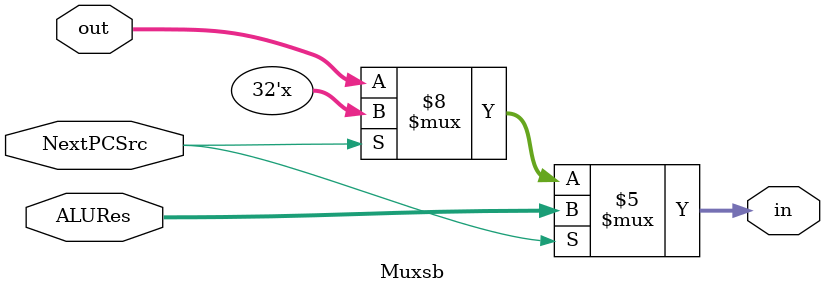
<source format=sv>
module Muxsb(
  input [31:0] out,
  input [31:0] ALURes,
  input NextPCSrc,
  output reg [31:0] in
);
  
  always@(*) begin
    if (NextPCSrc == 0)
      in = out;
    if (NextPCSrc == 1)
      in = ALURes;
  end
endmodule
</source>
